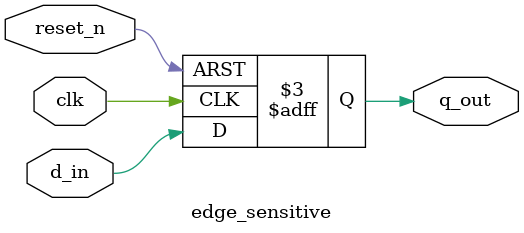
<source format=v>
`timescale 1ns / 1ps


module edge_sensitive(
    input d_in,
    input clk,
    input reset_n,
    output reg q_out
    );

always@(posedge clk, negedge reset_n)
begin
    if(!reset_n)
        q_out <= 0;
    else 
        q_out <= d_in;
end
        
specify
    specparam trise = 3;
    specparam tfall = 2;
    (posedge clk => (q_out +: d_in))=(trise,tfall);
endspecify
endmodule

</source>
